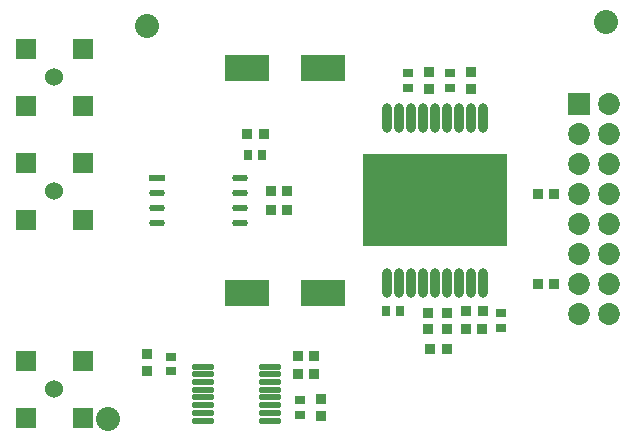
<source format=gts>
G04*
G04 #@! TF.GenerationSoftware,Altium Limited,Altium Designer,23.1.1 (15)*
G04*
G04 Layer_Color=8388736*
%FSLAX24Y24*%
%MOIN*%
G70*
G04*
G04 #@! TF.SameCoordinates,EDFB4F86-8D80-4751-AEB2-894B5B2271B4*
G04*
G04*
G04 #@! TF.FilePolarity,Negative*
G04*
G01*
G75*
%ADD21R,0.0354X0.0295*%
%ADD24R,0.0700X0.0700*%
%ADD25C,0.0600*%
%ADD26R,0.0538X0.0215*%
G04:AMPARAMS|DCode=27|XSize=53.8mil|YSize=21.5mil|CornerRadius=10.7mil|HoleSize=0mil|Usage=FLASHONLY|Rotation=0.000|XOffset=0mil|YOffset=0mil|HoleType=Round|Shape=RoundedRectangle|*
%AMROUNDEDRECTD27*
21,1,0.0538,0.0000,0,0,0.0*
21,1,0.0323,0.0215,0,0,0.0*
1,1,0.0215,0.0161,0.0000*
1,1,0.0215,-0.0161,0.0000*
1,1,0.0215,-0.0161,0.0000*
1,1,0.0215,0.0161,0.0000*
%
%ADD27ROUNDEDRECTD27*%
%ADD30R,0.0295X0.0354*%
%ADD35R,0.0370X0.0340*%
%ADD36R,0.0330X0.0380*%
%ADD37R,0.1478X0.0887*%
%ADD38R,0.0340X0.0370*%
%ADD39O,0.0749X0.0218*%
%ADD40R,0.0380X0.0330*%
%ADD41O,0.0316X0.0986*%
%ADD42R,0.4840X0.3112*%
%ADD43C,0.0800*%
%ADD44C,0.0730*%
%ADD45R,0.0730X0.0730*%
D21*
X5785Y2759D02*
D03*
Y2287D02*
D03*
X10085Y846D02*
D03*
Y1319D02*
D03*
X13685Y12219D02*
D03*
Y11746D02*
D03*
X15085Y12219D02*
D03*
Y11746D02*
D03*
X16785Y4219D02*
D03*
Y3746D02*
D03*
D24*
X2835Y11133D02*
D03*
X935D02*
D03*
X2835Y13033D02*
D03*
X935D02*
D03*
X2835Y7333D02*
D03*
X935D02*
D03*
X2835Y9233D02*
D03*
X935D02*
D03*
Y2633D02*
D03*
X2835D02*
D03*
X935Y733D02*
D03*
X2835D02*
D03*
D25*
X1885Y12083D02*
D03*
Y8283D02*
D03*
Y1683D02*
D03*
D26*
X5299Y8733D02*
D03*
D27*
Y8233D02*
D03*
Y7733D02*
D03*
Y7233D02*
D03*
X8071D02*
D03*
Y7733D02*
D03*
Y8233D02*
D03*
Y8733D02*
D03*
D30*
X8349Y9483D02*
D03*
X8821D02*
D03*
X12949Y4283D02*
D03*
X13421D02*
D03*
D35*
X4985Y2303D02*
D03*
Y2863D02*
D03*
X10785Y1363D02*
D03*
Y803D02*
D03*
X14385Y12263D02*
D03*
Y11703D02*
D03*
D36*
X9100Y7663D02*
D03*
X9651D02*
D03*
X9661Y8283D02*
D03*
X9110D02*
D03*
X10000Y2793D02*
D03*
X10551D02*
D03*
Y2203D02*
D03*
X10000D02*
D03*
X18561Y8183D02*
D03*
X18010D02*
D03*
X18561Y5183D02*
D03*
X18010D02*
D03*
X15610Y3683D02*
D03*
X16161D02*
D03*
D37*
X10845Y12383D02*
D03*
X8325D02*
D03*
X10845Y4883D02*
D03*
X8325D02*
D03*
D38*
X8305Y10183D02*
D03*
X8865D02*
D03*
X14965Y3033D02*
D03*
X14405D02*
D03*
X16165Y4283D02*
D03*
X15605D02*
D03*
D39*
X9096Y647D02*
D03*
Y903D02*
D03*
Y1159D02*
D03*
Y1415D02*
D03*
Y1671D02*
D03*
Y1927D02*
D03*
Y2183D02*
D03*
Y2439D02*
D03*
X6852Y647D02*
D03*
Y903D02*
D03*
Y1159D02*
D03*
Y1415D02*
D03*
Y1671D02*
D03*
Y1927D02*
D03*
Y2183D02*
D03*
Y2439D02*
D03*
D40*
X15785Y12258D02*
D03*
Y11707D02*
D03*
X14975Y4244D02*
D03*
Y3693D02*
D03*
X14355Y3697D02*
D03*
Y4248D02*
D03*
D41*
X13385Y5217D02*
D03*
X13785D02*
D03*
X14185D02*
D03*
X14585D02*
D03*
X14985D02*
D03*
X15385D02*
D03*
Y10748D02*
D03*
X14985D02*
D03*
X14585D02*
D03*
X14185D02*
D03*
X13785D02*
D03*
X13385D02*
D03*
X12985Y5217D02*
D03*
Y10748D02*
D03*
X15785Y5217D02*
D03*
X16185D02*
D03*
X15785Y10748D02*
D03*
X16185D02*
D03*
D42*
X14585Y7983D02*
D03*
D43*
X3685Y683D02*
D03*
X4965Y13793D02*
D03*
X20285Y13933D02*
D03*
D44*
X20385Y6183D02*
D03*
X19385D02*
D03*
X20385Y7183D02*
D03*
X19385D02*
D03*
X20385Y10183D02*
D03*
X19385D02*
D03*
X20385Y11183D02*
D03*
X19385Y9183D02*
D03*
X20385D02*
D03*
X19385Y8183D02*
D03*
X20385D02*
D03*
X19385Y5183D02*
D03*
Y4183D02*
D03*
X20385Y5183D02*
D03*
Y4183D02*
D03*
D45*
X19385Y11183D02*
D03*
M02*

</source>
